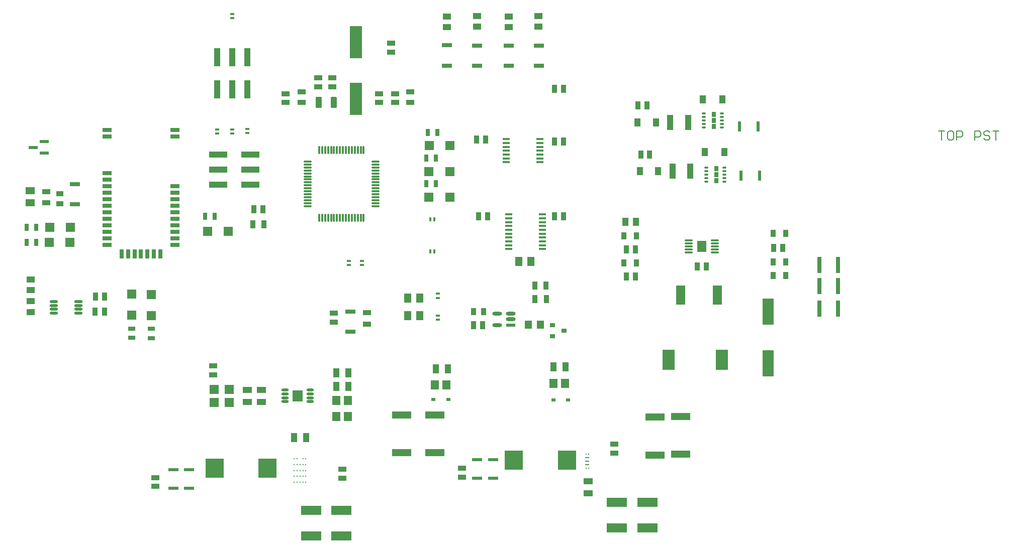
<source format=gbr>
%TF.GenerationSoftware,Altium Limited,Altium Designer,21.0.9 (235)*%
G04 Layer_Color=8421504*
%FSLAX26Y26*%
%MOIN*%
%TF.SameCoordinates,617CA12B-F850-4EA5-9EC3-0E5FEE419536*%
%TF.FilePolarity,Positive*%
%TF.FileFunction,Paste,Top*%
%TF.Part,Single*%
G01*
G75*
%TA.AperFunction,SMDPad,CuDef*%
%ADD12R,0.033465X0.053150*%
%ADD13O,0.011811X0.057087*%
%ADD14O,0.057087X0.011811*%
%ADD15R,0.059055X0.027559*%
%ADD16R,0.027559X0.059055*%
%ADD17R,0.053150X0.037402*%
%ADD18R,0.037402X0.053150*%
%ADD19R,0.059055X0.059055*%
%ADD20R,0.031496X0.049213*%
G04:AMPARAMS|DCode=21|XSize=61.811mil|YSize=74.016mil|CornerRadius=1.854mil|HoleSize=0mil|Usage=FLASHONLY|Rotation=180.000|XOffset=0mil|YOffset=0mil|HoleType=Round|Shape=RoundedRectangle|*
%AMROUNDEDRECTD21*
21,1,0.061811,0.070307,0,0,180.0*
21,1,0.058102,0.074016,0,0,180.0*
1,1,0.003709,-0.029051,0.035154*
1,1,0.003709,0.029051,0.035154*
1,1,0.003709,0.029051,-0.035154*
1,1,0.003709,-0.029051,-0.035154*
%
%ADD21ROUNDEDRECTD21*%
G04:AMPARAMS|DCode=22|XSize=11.811mil|YSize=53.15mil|CornerRadius=1.949mil|HoleSize=0mil|Usage=FLASHONLY|Rotation=270.000|XOffset=0mil|YOffset=0mil|HoleType=Round|Shape=RoundedRectangle|*
%AMROUNDEDRECTD22*
21,1,0.011811,0.049252,0,0,270.0*
21,1,0.007913,0.053150,0,0,270.0*
1,1,0.003898,-0.024626,-0.003957*
1,1,0.003898,-0.024626,0.003957*
1,1,0.003898,0.024626,0.003957*
1,1,0.003898,0.024626,-0.003957*
%
%ADD22ROUNDEDRECTD22*%
%ADD23R,0.039370X0.098425*%
%ADD24R,0.035433X0.047244*%
G04:AMPARAMS|DCode=25|XSize=25.591mil|YSize=11.811mil|CornerRadius=1.949mil|HoleSize=0mil|Usage=FLASHONLY|Rotation=180.000|XOffset=0mil|YOffset=0mil|HoleType=Round|Shape=RoundedRectangle|*
%AMROUNDEDRECTD25*
21,1,0.025591,0.007913,0,0,180.0*
21,1,0.021693,0.011811,0,0,180.0*
1,1,0.003898,-0.010847,0.003957*
1,1,0.003898,0.010847,0.003957*
1,1,0.003898,0.010847,-0.003957*
1,1,0.003898,-0.010847,-0.003957*
%
%ADD25ROUNDEDRECTD25*%
%ADD27R,0.043307X0.055118*%
%ADD28R,0.015748X0.027559*%
%ADD29R,0.027559X0.015748*%
%ADD30R,0.049213X0.061024*%
%ADD31R,0.122047X0.039370*%
%ADD32R,0.039370X0.122047*%
G04:AMPARAMS|DCode=33|XSize=15.748mil|YSize=47.244mil|CornerRadius=1.968mil|HoleSize=0mil|Usage=FLASHONLY|Rotation=90.000|XOffset=0mil|YOffset=0mil|HoleType=Round|Shape=RoundedRectangle|*
%AMROUNDEDRECTD33*
21,1,0.015748,0.043307,0,0,90.0*
21,1,0.011811,0.047244,0,0,90.0*
1,1,0.003937,0.021654,0.005906*
1,1,0.003937,0.021654,-0.005906*
1,1,0.003937,-0.021654,-0.005906*
1,1,0.003937,-0.021654,0.005906*
%
%ADD33ROUNDEDRECTD33*%
%ADD34R,0.037402X0.057087*%
%ADD35R,0.037402X0.055118*%
%ADD36R,0.035433X0.031496*%
%ADD37R,0.064499X0.024329*%
G04:AMPARAMS|DCode=38|XSize=64.499mil|YSize=24.329mil|CornerRadius=12.165mil|HoleSize=0mil|Usage=FLASHONLY|Rotation=180.000|XOffset=0mil|YOffset=0mil|HoleType=Round|Shape=RoundedRectangle|*
%AMROUNDEDRECTD38*
21,1,0.064499,0.000000,0,0,180.0*
21,1,0.040170,0.024329,0,0,180.0*
1,1,0.024329,-0.020085,0.000000*
1,1,0.024329,0.020085,0.000000*
1,1,0.024329,0.020085,0.000000*
1,1,0.024329,-0.020085,0.000000*
%
%ADD38ROUNDEDRECTD38*%
%ADD39O,0.055118X0.017716*%
%ADD40R,0.053150X0.039370*%
%ADD41R,0.033465X0.051181*%
%ADD42R,0.047244X0.057087*%
%ADD43R,0.078740X0.137795*%
%ADD44R,0.074803X0.173228*%
%ADD45R,0.066929X0.031496*%
%ADD46R,0.059055X0.059055*%
%ADD47R,0.059843X0.125984*%
%ADD48R,0.029528X0.106299*%
%ADD49R,0.021654X0.066929*%
%ADD50R,0.043307X0.053150*%
%ADD51R,0.041659X0.053627*%
%ADD52R,0.061024X0.049213*%
%ADD53R,0.059055X0.023622*%
%ADD54R,0.051505X0.031752*%
%ADD55R,0.055118X0.037402*%
%ADD56R,0.049213X0.031496*%
G04:AMPARAMS|DCode=57|XSize=39.37mil|YSize=70.866mil|CornerRadius=3.937mil|HoleSize=0mil|Usage=FLASHONLY|Rotation=180.000|XOffset=0mil|YOffset=0mil|HoleType=Round|Shape=RoundedRectangle|*
%AMROUNDEDRECTD57*
21,1,0.039370,0.062992,0,0,180.0*
21,1,0.031496,0.070866,0,0,180.0*
1,1,0.007874,-0.015748,0.031496*
1,1,0.007874,0.015748,0.031496*
1,1,0.007874,0.015748,-0.031496*
1,1,0.007874,-0.015748,-0.031496*
%
%ADD57ROUNDEDRECTD57*%
%ADD58R,0.078740X0.216535*%
%ADD59R,0.057087X0.037402*%
%ADD60R,0.122992X0.127992*%
%ADD61R,0.066929X0.021654*%
%ADD62R,0.137795X0.062992*%
%ADD63R,0.125000X0.049000*%
%ADD64O,0.049213X0.017716*%
%ADD65R,0.068110X0.072835*%
%ADD66R,0.062992X0.059055*%
%ADD67R,0.040000X0.060000*%
%ADD68R,0.060000X0.040000*%
%ADD69R,0.031496X0.023622*%
%ADD70R,0.055118X0.059055*%
%TA.AperFunction,BGAPad,CuDef*%
%ADD71C,0.012992*%
%TA.AperFunction,NonConductor*%
%ADD84C,0.006000*%
%TA.AperFunction,SMDPad,SMDef*%
G04:AMPARAMS|DCode=154|XSize=9.094mil|YSize=8.858mil|CornerRadius=1.28mil|HoleSize=0mil|Usage=FLASHONLY|Rotation=270.000|XOffset=0mil|YOffset=0mil|HoleType=Round|Shape=RoundedRectangle|*
%AMROUNDEDRECTD154*
21,1,0.009094,0.006299,0,0,270.0*
21,1,0.006535,0.008858,0,0,270.0*
1,1,0.002559,-0.003150,-0.003268*
1,1,0.002559,-0.003150,0.003268*
1,1,0.002559,0.003150,0.003268*
1,1,0.002559,0.003150,-0.003268*
%
%ADD154ROUNDEDRECTD154*%
G04:AMPARAMS|DCode=155|XSize=9.094mil|YSize=26.811mil|CornerRadius=1.338mil|HoleSize=0mil|Usage=FLASHONLY|Rotation=90.000|XOffset=0mil|YOffset=0mil|HoleType=Round|Shape=RoundedRectangle|*
%AMROUNDEDRECTD155*
21,1,0.009094,0.024134,0,0,90.0*
21,1,0.006417,0.026811,0,0,90.0*
1,1,0.002677,0.012067,0.003209*
1,1,0.002677,0.012067,-0.003209*
1,1,0.002677,-0.012067,-0.003209*
1,1,0.002677,-0.012067,0.003209*
%
%ADD155ROUNDEDRECTD155*%
G36*
X5766220Y4146020D02*
Y4174878D01*
Y4175270D01*
X5766520Y4175993D01*
X5767074Y4176547D01*
X5767797Y4176846D01*
X5768189D01*
D01*
X5791811D01*
X5792203D01*
X5792926Y4176547D01*
X5793480Y4175993D01*
X5793779Y4175270D01*
Y4174878D01*
D01*
Y4146020D01*
Y4145628D01*
X5793480Y4144905D01*
X5792926Y4144351D01*
X5792203Y4144051D01*
X5791811D01*
D01*
X5768189D01*
X5767797D01*
X5767074Y4144351D01*
X5766520Y4144905D01*
X5766220Y4145628D01*
Y4146020D01*
D01*
D02*
G37*
G36*
X5791811Y4217398D02*
X5792203D01*
X5792926Y4217098D01*
X5793480Y4216544D01*
X5793779Y4215821D01*
Y4215429D01*
D01*
Y4186571D01*
Y4186179D01*
X5793480Y4185456D01*
X5792926Y4184902D01*
X5792203Y4184602D01*
X5791811D01*
D01*
X5768189D01*
X5767797D01*
X5767074Y4184902D01*
X5766520Y4185456D01*
X5766220Y4186179D01*
Y4186571D01*
D01*
Y4215429D01*
Y4215821D01*
X5766520Y4216544D01*
X5767074Y4217098D01*
X5767797Y4217398D01*
X5768189D01*
D01*
X5791811D01*
D02*
G37*
G36*
X5766220Y4227122D02*
Y4255980D01*
Y4256372D01*
X5766520Y4257095D01*
X5767074Y4257649D01*
X5767797Y4257949D01*
X5768189D01*
D01*
X5791811D01*
X5792203D01*
X5792926Y4257649D01*
X5793480Y4257095D01*
X5793779Y4256372D01*
Y4255980D01*
D01*
Y4227122D01*
Y4226730D01*
X5793480Y4226007D01*
X5792926Y4225453D01*
X5792203Y4225154D01*
X5791811D01*
D01*
X5768189D01*
X5767797D01*
X5767074Y4225453D01*
X5766520Y4226007D01*
X5766220Y4226730D01*
Y4227122D01*
D01*
D02*
G37*
G36*
X5751220Y4506571D02*
Y4535429D01*
Y4535821D01*
X5751520Y4536544D01*
X5752074Y4537098D01*
X5752797Y4537398D01*
X5753189D01*
D01*
X5776811D01*
X5777203D01*
X5777926Y4537098D01*
X5778480Y4536544D01*
X5778779Y4535821D01*
Y4535429D01*
D01*
Y4506571D01*
Y4506179D01*
X5778480Y4505456D01*
X5777926Y4504902D01*
X5777203Y4504602D01*
X5776811D01*
D01*
X5753189D01*
X5752797D01*
X5752074Y4504902D01*
X5751520Y4505456D01*
X5751220Y4506179D01*
Y4506571D01*
D01*
D02*
G37*
G36*
X5776811Y4577949D02*
X5777203D01*
X5777926Y4577649D01*
X5778480Y4577095D01*
X5778779Y4576372D01*
Y4575980D01*
D01*
Y4547122D01*
Y4546730D01*
X5778480Y4546007D01*
X5777926Y4545453D01*
X5777203Y4545154D01*
X5776811D01*
D01*
X5753189D01*
X5752797D01*
X5752074Y4545453D01*
X5751520Y4546007D01*
X5751220Y4546730D01*
Y4547122D01*
D01*
Y4575980D01*
Y4576372D01*
X5751520Y4577095D01*
X5752074Y4577649D01*
X5752797Y4577949D01*
X5753189D01*
D01*
X5776811D01*
D02*
G37*
G36*
X5751220Y4587673D02*
Y4616532D01*
Y4616923D01*
X5751520Y4617646D01*
X5752074Y4618200D01*
X5752797Y4618500D01*
X5753189D01*
D01*
X5776811D01*
X5777203D01*
X5777926Y4618200D01*
X5778480Y4617646D01*
X5778779Y4616923D01*
Y4616532D01*
D01*
Y4587673D01*
Y4587282D01*
X5778480Y4586558D01*
X5777926Y4586004D01*
X5777203Y4585705D01*
X5776811D01*
D01*
X5753189D01*
X5752797D01*
X5752074Y4586004D01*
X5751520Y4586558D01*
X5751220Y4587282D01*
Y4587673D01*
D01*
D02*
G37*
D12*
X1660039Y3290000D02*
D03*
X1725000D02*
D03*
D13*
X3147362Y4365394D02*
D03*
X3167047D02*
D03*
X3186732D02*
D03*
X3206417D02*
D03*
X3226102D02*
D03*
X3245787D02*
D03*
X3265472D02*
D03*
X3285157D02*
D03*
X3304843D02*
D03*
X3324528D02*
D03*
X3344213D02*
D03*
X3363898D02*
D03*
X3383583D02*
D03*
X3403268D02*
D03*
X3422953D02*
D03*
X3442638D02*
D03*
Y3914606D02*
D03*
X3422953D02*
D03*
X3403268D02*
D03*
X3383583D02*
D03*
X3363898D02*
D03*
X3344213D02*
D03*
X3324528D02*
D03*
X3304843D02*
D03*
X3285157D02*
D03*
X3265472D02*
D03*
X3245787D02*
D03*
X3226102D02*
D03*
X3206417D02*
D03*
X3186732D02*
D03*
X3167047D02*
D03*
X3147362D02*
D03*
D14*
X3520394Y4287638D02*
D03*
Y4267953D02*
D03*
Y4248268D02*
D03*
Y4228583D02*
D03*
Y4208898D02*
D03*
Y4189213D02*
D03*
Y4169528D02*
D03*
Y4149842D02*
D03*
Y4130158D02*
D03*
Y4110472D02*
D03*
Y4090787D02*
D03*
Y4071102D02*
D03*
Y4051417D02*
D03*
Y4031732D02*
D03*
Y4012047D02*
D03*
Y3992362D02*
D03*
X3069606D02*
D03*
Y4012047D02*
D03*
Y4031732D02*
D03*
Y4051417D02*
D03*
Y4071102D02*
D03*
Y4090787D02*
D03*
Y4110472D02*
D03*
Y4130158D02*
D03*
Y4149842D02*
D03*
Y4169528D02*
D03*
Y4189213D02*
D03*
Y4208898D02*
D03*
Y4228583D02*
D03*
Y4248268D02*
D03*
Y4267953D02*
D03*
Y4287638D02*
D03*
D15*
X1739685Y4210905D02*
D03*
X2192441Y4124291D02*
D03*
X1739685Y3994370D02*
D03*
Y4037677D02*
D03*
Y3734528D02*
D03*
Y3777835D02*
D03*
Y4080984D02*
D03*
Y3907756D02*
D03*
Y4167598D02*
D03*
X2192441Y4080984D02*
D03*
X1739685Y4124291D02*
D03*
Y3864449D02*
D03*
Y3951063D02*
D03*
X2192441Y3821142D02*
D03*
Y3994370D02*
D03*
Y4037677D02*
D03*
X1739685Y3821142D02*
D03*
X2192441Y3864449D02*
D03*
Y3907756D02*
D03*
Y3951063D02*
D03*
Y3777835D02*
D03*
Y3734528D02*
D03*
Y4455000D02*
D03*
Y4498307D02*
D03*
X1740000Y4455000D02*
D03*
Y4498307D02*
D03*
D16*
X2095984Y3673504D02*
D03*
X2052677D02*
D03*
X1879449D02*
D03*
X2009370D02*
D03*
X1966063D02*
D03*
X1922756D02*
D03*
X1836142D02*
D03*
D17*
X3300000Y2244528D02*
D03*
Y2185472D02*
D03*
X5105000Y2409528D02*
D03*
Y2350472D02*
D03*
X2925000Y4739055D02*
D03*
Y4680000D02*
D03*
X3650000Y4739055D02*
D03*
Y4680000D02*
D03*
X3625000Y5074528D02*
D03*
Y5015472D02*
D03*
X3545000Y4739055D02*
D03*
Y4680000D02*
D03*
X3140000Y4844055D02*
D03*
Y4785000D02*
D03*
X3235000Y4844055D02*
D03*
Y4785000D02*
D03*
X3245000Y3220472D02*
D03*
Y3279528D02*
D03*
X4095000Y2249528D02*
D03*
Y2190472D02*
D03*
X2445000Y2929528D02*
D03*
Y2870472D02*
D03*
X2060000Y2189055D02*
D03*
Y2130000D02*
D03*
D18*
X4767802Y4770000D02*
D03*
X4708747D02*
D03*
X4264528Y3925000D02*
D03*
X4205472D02*
D03*
X4708747D02*
D03*
X4767802D02*
D03*
X4249528Y4435000D02*
D03*
X4190472D02*
D03*
X4708747Y4420000D02*
D03*
X4767802D02*
D03*
X4231051Y3200000D02*
D03*
X4171996D02*
D03*
X1665000Y3390000D02*
D03*
X1724055D02*
D03*
X5714055Y3589760D02*
D03*
X5655000D02*
D03*
X5339055Y4336000D02*
D03*
X5280000D02*
D03*
X6219528Y3716000D02*
D03*
X6160472D02*
D03*
X5185630Y3704281D02*
D03*
X5244685D02*
D03*
X5185157Y3522844D02*
D03*
X5244213D02*
D03*
X5260945Y4661551D02*
D03*
X5320000D02*
D03*
X2715945Y3972494D02*
D03*
X2775000D02*
D03*
D19*
X4015000Y4395000D02*
D03*
X3877205D02*
D03*
X4012795Y4220000D02*
D03*
X3875000D02*
D03*
X4012795Y4050000D02*
D03*
X3875000D02*
D03*
X2543898Y3825000D02*
D03*
X2406102D02*
D03*
X1356102Y3750000D02*
D03*
X1493898D02*
D03*
X1361102Y3850000D02*
D03*
X1498898D02*
D03*
D20*
X3921496Y4310000D02*
D03*
X3858504D02*
D03*
X3921496Y4140000D02*
D03*
X2392008Y3925000D02*
D03*
X2455000D02*
D03*
X1208504Y3750000D02*
D03*
X1271496D02*
D03*
X1208504Y3850000D02*
D03*
X1271496D02*
D03*
X3858504Y4140000D02*
D03*
X3930000Y4480000D02*
D03*
X3867008D02*
D03*
D21*
X5685000Y3724770D02*
D03*
D22*
X5597401Y3764140D02*
D03*
Y3744455D02*
D03*
Y3724770D02*
D03*
Y3705085D02*
D03*
X5772598Y3764140D02*
D03*
Y3744455D02*
D03*
Y3724770D02*
D03*
Y3705085D02*
D03*
Y3685400D02*
D03*
X5597401D02*
D03*
D23*
X5609055Y4226000D02*
D03*
X5490945D02*
D03*
X5475945Y4546551D02*
D03*
X5594055D02*
D03*
D24*
X6241339Y3531000D02*
D03*
X6158661D02*
D03*
X5168346Y3795000D02*
D03*
X5251024D02*
D03*
X6158661Y3621000D02*
D03*
X6241339D02*
D03*
X5249685Y3613563D02*
D03*
X5167008D02*
D03*
X6158661Y3811000D02*
D03*
X6241339D02*
D03*
D25*
X5833150Y4153756D02*
D03*
Y4177378D02*
D03*
Y4201000D02*
D03*
Y4224622D02*
D03*
Y4248244D02*
D03*
X5713071D02*
D03*
Y4224622D02*
D03*
Y4201000D02*
D03*
Y4177378D02*
D03*
Y4153756D02*
D03*
X5698071Y4514307D02*
D03*
Y4537929D02*
D03*
Y4561551D02*
D03*
Y4585173D02*
D03*
Y4608795D02*
D03*
X5818150Y4514307D02*
D03*
Y4537929D02*
D03*
Y4561551D02*
D03*
Y4585173D02*
D03*
Y4608795D02*
D03*
D27*
X5396024Y4226000D02*
D03*
X5273976D02*
D03*
X5258976Y4546551D02*
D03*
X5381024D02*
D03*
D28*
X3885000Y3690000D02*
D03*
X3912559D02*
D03*
X3885000Y3905000D02*
D03*
X3912559D02*
D03*
D29*
X2570000Y4502559D02*
D03*
Y4475000D02*
D03*
X2470000Y4502559D02*
D03*
Y4475000D02*
D03*
X2570000Y5267559D02*
D03*
Y5240000D02*
D03*
X2670000Y4503780D02*
D03*
Y4476221D02*
D03*
X3935000Y3265000D02*
D03*
Y3237441D02*
D03*
Y3382441D02*
D03*
Y3410000D02*
D03*
X3430000Y3601220D02*
D03*
Y3628780D02*
D03*
X3345000Y3600000D02*
D03*
Y3627559D02*
D03*
D30*
X4470000Y3625000D02*
D03*
X4550709D02*
D03*
X3815000Y3265000D02*
D03*
X3734291D02*
D03*
X3815354Y3380000D02*
D03*
X3734646D02*
D03*
D31*
X2478701Y4335000D02*
D03*
Y4235000D02*
D03*
X2691299Y4335000D02*
D03*
Y4235000D02*
D03*
X2478701Y4135000D02*
D03*
X2691299D02*
D03*
D32*
X2470000Y4767402D02*
D03*
X2570000D02*
D03*
X2470000Y4980000D02*
D03*
X2570000D02*
D03*
X2670000Y4767402D02*
D03*
Y4980000D02*
D03*
D33*
X4402795Y3937175D02*
D03*
Y3911585D02*
D03*
Y3885994D02*
D03*
Y3860403D02*
D03*
Y3834813D02*
D03*
Y3809222D02*
D03*
Y3783632D02*
D03*
Y3758041D02*
D03*
Y3732451D02*
D03*
Y3706860D02*
D03*
X4627205Y3937175D02*
D03*
Y3911585D02*
D03*
Y3885994D02*
D03*
Y3860403D02*
D03*
Y3834813D02*
D03*
Y3809222D02*
D03*
Y3783632D02*
D03*
Y3758041D02*
D03*
Y3732451D02*
D03*
Y3706860D02*
D03*
X4387795Y4436772D02*
D03*
Y4411181D02*
D03*
Y4385591D02*
D03*
Y4360000D02*
D03*
Y4334409D02*
D03*
Y4308819D02*
D03*
Y4283228D02*
D03*
X4612205Y4436772D02*
D03*
Y4411181D02*
D03*
Y4385591D02*
D03*
Y4360000D02*
D03*
Y4334409D02*
D03*
Y4308819D02*
D03*
Y4283228D02*
D03*
D34*
X4578228Y3373297D02*
D03*
X4655000D02*
D03*
D35*
X4577165Y3465000D02*
D03*
X4650000D02*
D03*
X2707165Y3870949D02*
D03*
X2780000D02*
D03*
D36*
X4692999Y3202402D02*
D03*
Y3127598D02*
D03*
X4771739Y3165000D02*
D03*
D37*
X4418288Y3202598D02*
D03*
D38*
Y3240000D02*
D03*
Y3277402D02*
D03*
X4326460D02*
D03*
Y3202598D02*
D03*
D39*
X1389291Y3358386D02*
D03*
Y3332795D02*
D03*
Y3307205D02*
D03*
Y3281614D02*
D03*
X1550709Y3358386D02*
D03*
Y3332795D02*
D03*
Y3307205D02*
D03*
Y3281614D02*
D03*
D40*
X1235000Y3360000D02*
D03*
Y3289134D02*
D03*
Y3505433D02*
D03*
Y3434567D02*
D03*
X4600000Y5184567D02*
D03*
Y5255433D02*
D03*
X4405000Y5179567D02*
D03*
Y5250433D02*
D03*
X4195000Y5184134D02*
D03*
Y5255000D02*
D03*
X3995000Y5180000D02*
D03*
Y5250866D02*
D03*
D41*
X4237941Y3291782D02*
D03*
X4171012D02*
D03*
D42*
X4534367Y3205000D02*
D03*
X4613107D02*
D03*
D43*
X5817165Y2970000D02*
D03*
X5462835D02*
D03*
D44*
X6125000Y3290000D02*
D03*
Y2947480D02*
D03*
D45*
X1527747Y4136929D02*
D03*
Y4003071D02*
D03*
X4605000Y4923071D02*
D03*
Y5056929D02*
D03*
X4405000Y4923071D02*
D03*
Y5056929D02*
D03*
X4195000Y4923071D02*
D03*
Y5056929D02*
D03*
X3995000Y4926142D02*
D03*
Y5060000D02*
D03*
X3355000Y3291929D02*
D03*
Y3158071D02*
D03*
D46*
X2036000Y3266081D02*
D03*
Y3403876D02*
D03*
X1906000Y3269102D02*
D03*
Y3406898D02*
D03*
D47*
X5542756Y3400000D02*
D03*
X5787244D02*
D03*
D48*
X6587008Y3460000D02*
D03*
X6462992D02*
D03*
X6587008Y3310000D02*
D03*
X6462992D02*
D03*
X6587008Y3600000D02*
D03*
X6462992D02*
D03*
D49*
X6067008Y4196000D02*
D03*
X5942992D02*
D03*
X6059016Y4521551D02*
D03*
X5935000D02*
D03*
D50*
X5834961Y4351000D02*
D03*
X5705039D02*
D03*
X5819961Y4700000D02*
D03*
X5690039D02*
D03*
D51*
X5248055Y3888000D02*
D03*
X5179000D02*
D03*
D52*
X1230000Y4095354D02*
D03*
Y4014646D02*
D03*
D53*
X1325000Y4345000D02*
D03*
Y4419803D02*
D03*
X1250197Y4382402D02*
D03*
D54*
X1428170Y4073498D02*
D03*
Y4006502D02*
D03*
D55*
X1337451Y4013583D02*
D03*
Y4086417D02*
D03*
X3030000Y4752835D02*
D03*
Y4680000D02*
D03*
X3750000Y4752835D02*
D03*
Y4680000D02*
D03*
D56*
X1906000Y3116504D02*
D03*
Y3179496D02*
D03*
X2036000Y3115008D02*
D03*
Y3178000D02*
D03*
D57*
X3145787Y4680000D02*
D03*
X3244213D02*
D03*
D58*
X3390000Y4705984D02*
D03*
Y5080000D02*
D03*
D59*
X3465000Y3208228D02*
D03*
Y3285000D02*
D03*
D60*
X4437992Y2305000D02*
D03*
X4790000D02*
D03*
X2452992Y2250000D02*
D03*
X2805000D02*
D03*
D61*
X4195000Y2185000D02*
D03*
Y2309016D02*
D03*
X4300000Y2185000D02*
D03*
Y2309016D02*
D03*
X2285000Y2117992D02*
D03*
Y2242008D02*
D03*
X2180000Y2117992D02*
D03*
Y2242008D02*
D03*
D62*
X5325000Y2024291D02*
D03*
Y1855000D02*
D03*
X5120000Y2025000D02*
D03*
Y1855709D02*
D03*
X3295000Y1969646D02*
D03*
Y1800354D02*
D03*
X3095000Y1969646D02*
D03*
Y1800354D02*
D03*
D63*
X5372805Y2339500D02*
D03*
Y2590500D02*
D03*
X5542815Y2595500D02*
D03*
Y2344500D02*
D03*
X3695000Y2354500D02*
D03*
Y2605500D02*
D03*
X3915000D02*
D03*
Y2354500D02*
D03*
D64*
X3088661Y2693490D02*
D03*
Y2719081D02*
D03*
Y2744671D02*
D03*
Y2770262D02*
D03*
X2921339Y2693490D02*
D03*
Y2719081D02*
D03*
Y2744671D02*
D03*
Y2770262D02*
D03*
D65*
X3005000Y2731876D02*
D03*
D66*
X2450000Y2775000D02*
D03*
X2550000D02*
D03*
Y2688386D02*
D03*
X2450000D02*
D03*
D67*
X3260000Y2795000D02*
D03*
X3340000D02*
D03*
X4780000Y2925000D02*
D03*
X4700000D02*
D03*
X3260000Y2885000D02*
D03*
X3340000D02*
D03*
X2980000Y2455000D02*
D03*
X3060000D02*
D03*
X4000000Y2910000D02*
D03*
X3920000D02*
D03*
D68*
X2670000Y2770000D02*
D03*
Y2690000D02*
D03*
X4930000Y2085000D02*
D03*
Y2165000D02*
D03*
X2765000Y2770000D02*
D03*
Y2690000D02*
D03*
D69*
X4799213Y2705000D02*
D03*
X4700787D02*
D03*
X4003425Y2708376D02*
D03*
X3905000D02*
D03*
D70*
X4777402Y2815000D02*
D03*
X4702599D02*
D03*
X3337402Y2700000D02*
D03*
X3262599D02*
D03*
X3337402Y2595000D02*
D03*
X3262599D02*
D03*
X3989803Y2805000D02*
D03*
X3915000D02*
D03*
D71*
X2980630Y2156890D02*
D03*
X3000315D02*
D03*
X3020000D02*
D03*
X3039685D02*
D03*
X3059370D02*
D03*
X2980630Y2196260D02*
D03*
X3000315D02*
D03*
X3020000D02*
D03*
X3039685D02*
D03*
X3059370D02*
D03*
X2980630Y2235630D02*
D03*
X3000315D02*
D03*
X3020000D02*
D03*
X3039685D02*
D03*
X3059370D02*
D03*
X2980630Y2275000D02*
D03*
X3000315D02*
D03*
X3020000D02*
D03*
X3039685D02*
D03*
X3059370D02*
D03*
X2980630Y2314370D02*
D03*
X3000315D02*
D03*
X3039685D02*
D03*
X3059370D02*
D03*
D84*
X7256000Y4490981D02*
X7295987D01*
X7275993D01*
Y4431000D01*
X7345971Y4490981D02*
X7325977D01*
X7315981Y4480984D01*
Y4440997D01*
X7325977Y4431000D01*
X7345971D01*
X7355968Y4440997D01*
Y4480984D01*
X7345971Y4490981D01*
X7375961Y4431000D02*
Y4490981D01*
X7405952D01*
X7415948Y4480984D01*
Y4460990D01*
X7405952Y4450993D01*
X7375961D01*
X7495922Y4431000D02*
Y4490981D01*
X7525913D01*
X7535909Y4480984D01*
Y4460990D01*
X7525913Y4450993D01*
X7495922D01*
X7595890Y4480984D02*
X7585893Y4490981D01*
X7565900D01*
X7555903Y4480984D01*
Y4470987D01*
X7565900Y4460990D01*
X7585893D01*
X7595890Y4450993D01*
Y4440997D01*
X7585893Y4431000D01*
X7565900D01*
X7555903Y4440997D01*
X7615884Y4490981D02*
X7655871D01*
X7635877D01*
Y4431000D01*
D154*
X4933858Y2345866D02*
D03*
Y2251378D02*
D03*
X4916142Y2345866D02*
D03*
Y2251378D02*
D03*
D155*
X4925000Y2322244D02*
D03*
Y2275000D02*
D03*
Y2298622D02*
D03*
%TF.MD5,364d154fe07653042268831226bf4411*%
M02*

</source>
